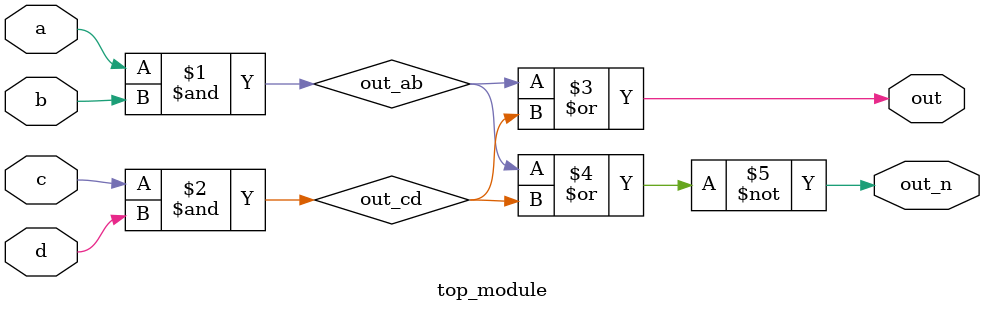
<source format=v>


// 复习：~ 逐位取非
//      & 逐位与
//      ｜ 逐位或

`default_nettype none
module top_module(
    input a,
    input b,
    input c,
    input d,
    output out,
    output out_n   ); 

    wire out_ab;
    wire out_cd;
    
    assign out_ab = a & b; // & 与运算
    assign out_cd = c & d; 

    assign out = out_ab | out_cd;
    assign out_n = ~(out_ab | out_cd);

endmodule

</source>
